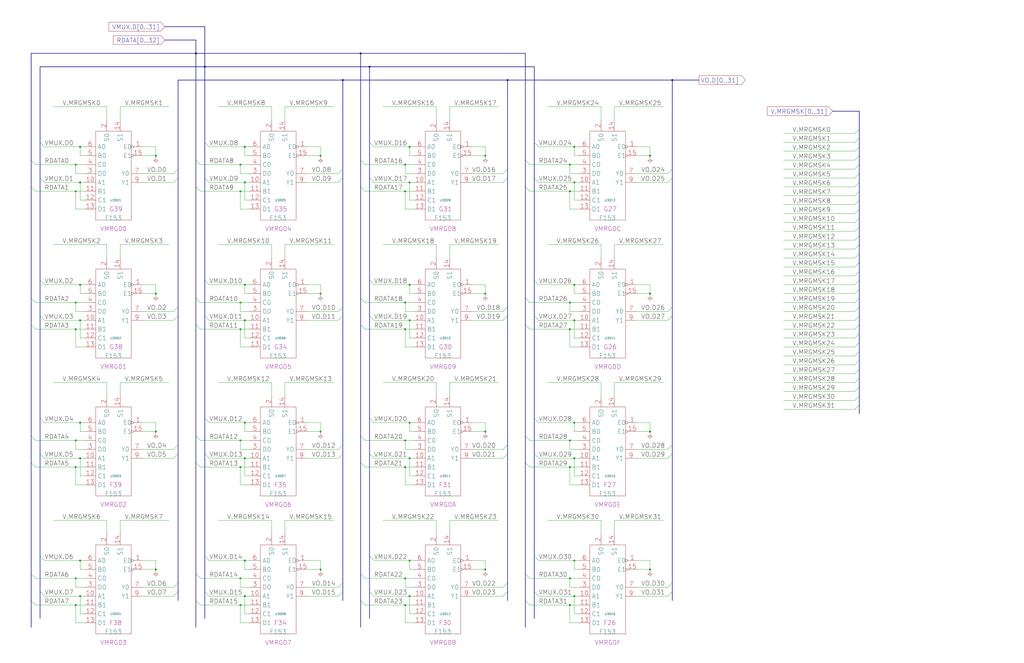
<source format=kicad_sch>
(kicad_sch (version 20250114) (generator "eeschema") (generator_version "9.0")
  (paper "User" 584.2 378.46)
  (title_block (title "MERGER / VALUE HALF MSB'S") (date "20-MAR-90") (rev "1.0") (comment 1 "FIU") (comment 2 "232-003065") (comment 3 "S400") (comment 4 "RELEASED"))
  (junction (at 45.72 261.62))
  (junction (at 276.86 325.12))
  (junction (at 43.18 109.22))
  (junction (at 233.68 320.04))
  (junction (at 45.72 241.3))
  (junction (at 45.72 340.36))
  (junction (at 325.12 172.72))
  (junction (at 370.84 167.64))
  (junction (at 88.9 246.38))
  (junction (at 45.72 104.14))
  (junction (at 43.18 330.2))
  (junction (at 231.14 172.72))
  (junction (at 139.7 182.88))
  (junction (at 137.16 172.72))
  (junction (at 182.88 88.9))
  (junction (at 325.12 345.44))
  (junction (at 137.16 109.22))
  (junction (at 325.12 187.96))
  (junction (at 139.7 320.04))
  (junction (at 233.68 241.3))
  (junction (at 139.7 162.56))
  (junction (at 370.84 325.12))
  (junction (at 231.14 266.7))
  (junction (at 327.66 104.14))
  (junction (at 231.14 109.22))
  (junction (at 45.72 182.88))
  (junction (at 210.82 38.1))
  (junction (at 139.7 241.3))
  (junction (at 231.14 251.46))
  (junction (at 233.68 104.14))
  (junction (at 327.66 261.62))
  (junction (at 289.56 45.72))
  (junction (at 231.14 330.2))
  (junction (at 45.72 320.04))
  (junction (at 88.9 88.9))
  (junction (at 43.18 172.72))
  (junction (at 116.84 38.1))
  (junction (at 139.7 261.62))
  (junction (at 88.9 167.64))
  (junction (at 325.12 266.7))
  (junction (at 325.12 93.98))
  (junction (at 45.72 162.56))
  (junction (at 182.88 167.64))
  (junction (at 182.88 325.12))
  (junction (at 43.18 187.96))
  (junction (at 231.14 187.96))
  (junction (at 137.16 266.7))
  (junction (at 233.68 162.56))
  (junction (at 205.74 30.48))
  (junction (at 327.66 340.36))
  (junction (at 43.18 266.7))
  (junction (at 45.72 83.82))
  (junction (at 195.58 45.72))
  (junction (at 327.66 182.88))
  (junction (at 327.66 83.82))
  (junction (at 137.16 187.96))
  (junction (at 276.86 246.38))
  (junction (at 327.66 241.3))
  (junction (at 111.76 30.48))
  (junction (at 182.88 246.38))
  (junction (at 137.16 93.98))
  (junction (at 383.54 45.72))
  (junction (at 139.7 340.36))
  (junction (at 325.12 330.2))
  (junction (at 137.16 330.2))
  (junction (at 43.18 251.46))
  (junction (at 327.66 320.04))
  (junction (at 276.86 167.64))
  (junction (at 370.84 246.38))
  (junction (at 43.18 93.98))
  (junction (at 231.14 345.44))
  (junction (at 370.84 88.9))
  (junction (at 231.14 93.98))
  (junction (at 43.18 345.44))
  (junction (at 325.12 109.22))
  (junction (at 139.7 104.14))
  (junction (at 233.68 261.62))
  (junction (at 327.66 162.56))
  (junction (at 325.12 251.46))
  (junction (at 233.68 182.88))
  (junction (at 233.68 340.36))
  (junction (at 88.9 325.12))
  (junction (at 137.16 345.44))
  (junction (at 137.16 251.46))
  (junction (at 276.86 88.9))
  (junction (at 139.7 83.82))
  (junction (at 233.68 83.82))
  (bus_entry (at 101.6 337.82) (size -2.54 2.54))
  (bus_entry (at 210.82 101.6) (size 2.54 2.54))
  (bus_entry (at 490.22 220.98) (size -2.54 2.54))
  (bus_entry (at 383.54 254) (size -2.54 2.54))
  (bus_entry (at 111.76 91.44) (size 2.54 2.54))
  (bus_entry (at 383.54 259.08) (size -2.54 2.54))
  (bus_entry (at 490.22 185.42) (size -2.54 2.54))
  (bus_entry (at 17.78 185.42) (size 2.54 2.54))
  (bus_entry (at 490.22 83.82) (size -2.54 2.54))
  (bus_entry (at 116.84 337.82) (size 2.54 2.54))
  (bus_entry (at 289.56 96.52) (size -2.54 2.54))
  (bus_entry (at 111.76 248.92) (size 2.54 2.54))
  (bus_entry (at 490.22 99.06) (size -2.54 2.54))
  (bus_entry (at 111.76 342.9) (size 2.54 2.54))
  (bus_entry (at 195.58 180.34) (size -2.54 2.54))
  (bus_entry (at 490.22 119.38) (size -2.54 2.54))
  (bus_entry (at 101.6 180.34) (size -2.54 2.54))
  (bus_entry (at 490.22 88.9) (size -2.54 2.54))
  (bus_entry (at 111.76 106.68) (size 2.54 2.54))
  (bus_entry (at 195.58 101.6) (size -2.54 2.54))
  (bus_entry (at 195.58 175.26) (size -2.54 2.54))
  (bus_entry (at 205.74 91.44) (size 2.54 2.54))
  (bus_entry (at 205.74 248.92) (size 2.54 2.54))
  (bus_entry (at 17.78 327.66) (size 2.54 2.54))
  (bus_entry (at 22.86 317.5) (size 2.54 2.54))
  (bus_entry (at 101.6 175.26) (size -2.54 2.54))
  (bus_entry (at 490.22 205.74) (size -2.54 2.54))
  (bus_entry (at 490.22 129.54) (size -2.54 2.54))
  (bus_entry (at 490.22 165.1) (size -2.54 2.54))
  (bus_entry (at 22.86 101.6) (size 2.54 2.54))
  (bus_entry (at 299.72 91.44) (size 2.54 2.54))
  (bus_entry (at 304.8 337.82) (size 2.54 2.54))
  (bus_entry (at 17.78 170.18) (size 2.54 2.54))
  (bus_entry (at 490.22 190.5) (size -2.54 2.54))
  (bus_entry (at 289.56 180.34) (size -2.54 2.54))
  (bus_entry (at 490.22 180.34) (size -2.54 2.54))
  (bus_entry (at 210.82 259.08) (size 2.54 2.54))
  (bus_entry (at 299.72 170.18) (size 2.54 2.54))
  (bus_entry (at 383.54 337.82) (size -2.54 2.54))
  (bus_entry (at 490.22 104.14) (size -2.54 2.54))
  (bus_entry (at 101.6 101.6) (size -2.54 2.54))
  (bus_entry (at 17.78 91.44) (size 2.54 2.54))
  (bus_entry (at 116.84 238.76) (size 2.54 2.54))
  (bus_entry (at 17.78 264.16) (size 2.54 2.54))
  (bus_entry (at 299.72 327.66) (size 2.54 2.54))
  (bus_entry (at 490.22 124.46) (size -2.54 2.54))
  (bus_entry (at 116.84 259.08) (size 2.54 2.54))
  (bus_entry (at 22.86 81.28) (size 2.54 2.54))
  (bus_entry (at 17.78 248.92) (size 2.54 2.54))
  (bus_entry (at 289.56 101.6) (size -2.54 2.54))
  (bus_entry (at 195.58 332.74) (size -2.54 2.54))
  (bus_entry (at 490.22 109.22) (size -2.54 2.54))
  (bus_entry (at 101.6 254) (size -2.54 2.54))
  (bus_entry (at 116.84 81.28) (size 2.54 2.54))
  (bus_entry (at 490.22 134.62) (size -2.54 2.54))
  (bus_entry (at 210.82 81.28) (size 2.54 2.54))
  (bus_entry (at 490.22 139.7) (size -2.54 2.54))
  (bus_entry (at 299.72 264.16) (size 2.54 2.54))
  (bus_entry (at 490.22 114.3) (size -2.54 2.54))
  (bus_entry (at 111.76 185.42) (size 2.54 2.54))
  (bus_entry (at 205.74 264.16) (size 2.54 2.54))
  (bus_entry (at 490.22 78.74) (size -2.54 2.54))
  (bus_entry (at 116.84 160.02) (size 2.54 2.54))
  (bus_entry (at 210.82 160.02) (size 2.54 2.54))
  (bus_entry (at 490.22 226.06) (size -2.54 2.54))
  (bus_entry (at 101.6 96.52) (size -2.54 2.54))
  (bus_entry (at 205.74 170.18) (size 2.54 2.54))
  (bus_entry (at 383.54 96.52) (size -2.54 2.54))
  (bus_entry (at 490.22 231.14) (size -2.54 2.54))
  (bus_entry (at 22.86 259.08) (size 2.54 2.54))
  (bus_entry (at 304.8 259.08) (size 2.54 2.54))
  (bus_entry (at 101.6 332.74) (size -2.54 2.54))
  (bus_entry (at 299.72 106.68) (size 2.54 2.54))
  (bus_entry (at 17.78 106.68) (size 2.54 2.54))
  (bus_entry (at 490.22 170.18) (size -2.54 2.54))
  (bus_entry (at 205.74 106.68) (size 2.54 2.54))
  (bus_entry (at 17.78 342.9) (size 2.54 2.54))
  (bus_entry (at 22.86 337.82) (size 2.54 2.54))
  (bus_entry (at 490.22 154.94) (size -2.54 2.54))
  (bus_entry (at 111.76 327.66) (size 2.54 2.54))
  (bus_entry (at 490.22 144.78) (size -2.54 2.54))
  (bus_entry (at 299.72 185.42) (size 2.54 2.54))
  (bus_entry (at 490.22 160.02) (size -2.54 2.54))
  (bus_entry (at 490.22 93.98) (size -2.54 2.54))
  (bus_entry (at 195.58 96.52) (size -2.54 2.54))
  (bus_entry (at 116.84 101.6) (size 2.54 2.54))
  (bus_entry (at 195.58 259.08) (size -2.54 2.54))
  (bus_entry (at 101.6 259.08) (size -2.54 2.54))
  (bus_entry (at 299.72 342.9) (size 2.54 2.54))
  (bus_entry (at 490.22 200.66) (size -2.54 2.54))
  (bus_entry (at 111.76 170.18) (size 2.54 2.54))
  (bus_entry (at 383.54 332.74) (size -2.54 2.54))
  (bus_entry (at 299.72 248.92) (size 2.54 2.54))
  (bus_entry (at 490.22 175.26) (size -2.54 2.54))
  (bus_entry (at 205.74 327.66) (size 2.54 2.54))
  (bus_entry (at 116.84 180.34) (size 2.54 2.54))
  (bus_entry (at 383.54 101.6) (size -2.54 2.54))
  (bus_entry (at 210.82 238.76) (size 2.54 2.54))
  (bus_entry (at 205.74 342.9) (size 2.54 2.54))
  (bus_entry (at 22.86 180.34) (size 2.54 2.54))
  (bus_entry (at 195.58 337.82) (size -2.54 2.54))
  (bus_entry (at 289.56 175.26) (size -2.54 2.54))
  (bus_entry (at 116.84 317.5) (size 2.54 2.54))
  (bus_entry (at 289.56 332.74) (size -2.54 2.54))
  (bus_entry (at 111.76 264.16) (size 2.54 2.54))
  (bus_entry (at 383.54 175.26) (size -2.54 2.54))
  (bus_entry (at 304.8 180.34) (size 2.54 2.54))
  (bus_entry (at 210.82 317.5) (size 2.54 2.54))
  (bus_entry (at 195.58 254) (size -2.54 2.54))
  (bus_entry (at 383.54 180.34) (size -2.54 2.54))
  (bus_entry (at 289.56 259.08) (size -2.54 2.54))
  (bus_entry (at 210.82 337.82) (size 2.54 2.54))
  (bus_entry (at 304.8 317.5) (size 2.54 2.54))
  (bus_entry (at 490.22 73.66) (size -2.54 2.54))
  (bus_entry (at 22.86 238.76) (size 2.54 2.54))
  (bus_entry (at 22.86 160.02) (size 2.54 2.54))
  (bus_entry (at 289.56 254) (size -2.54 2.54))
  (bus_entry (at 490.22 210.82) (size -2.54 2.54))
  (bus_entry (at 304.8 238.76) (size 2.54 2.54))
  (bus_entry (at 304.8 101.6) (size 2.54 2.54))
  (bus_entry (at 490.22 195.58) (size -2.54 2.54))
  (bus_entry (at 304.8 81.28) (size 2.54 2.54))
  (bus_entry (at 210.82 180.34) (size 2.54 2.54))
  (bus_entry (at 490.22 215.9) (size -2.54 2.54))
  (bus_entry (at 205.74 185.42) (size 2.54 2.54))
  (bus_entry (at 289.56 337.82) (size -2.54 2.54))
  (bus_entry (at 490.22 149.86) (size -2.54 2.54))
  (bus_entry (at 304.8 160.02) (size 2.54 2.54))
  (bus (pts (xy 490.22 170.18) (xy 490.22 175.26)))
  (bus (pts (xy 299.72 30.48) (xy 299.72 91.44)))
  (wire (pts (xy 447.04 198.12) (xy 487.68 198.12)))
  (bus (pts (xy 111.76 327.66) (xy 111.76 342.9)))
  (wire (pts (xy 342.9 304.8) (xy 342.9 297.18)))
  (wire (pts (xy 256.54 60.96) (xy 284.48 60.96)))
  (bus (pts (xy 289.56 180.34) (xy 289.56 254)))
  (wire (pts (xy 43.18 256.54) (xy 43.18 251.46)))
  (wire (pts (xy 60.96 304.8) (xy 60.96 297.18)))
  (wire (pts (xy 307.34 162.56) (xy 327.66 162.56)))
  (wire (pts (xy 142.24 198.12) (xy 137.16 198.12)))
  (bus (pts (xy 116.84 101.6) (xy 116.84 160.02)))
  (wire (pts (xy 447.04 218.44) (xy 487.68 218.44)))
  (wire (pts (xy 350.52 297.18) (xy 378.46 297.18)))
  (wire (pts (xy 307.34 104.14) (xy 327.66 104.14)))
  (wire (pts (xy 175.26 99.06) (xy 193.04 99.06)))
  (wire (pts (xy 45.72 104.14) (xy 48.26 104.14)))
  (wire (pts (xy 162.56 297.18) (xy 190.5 297.18)))
  (wire (pts (xy 142.24 99.06) (xy 137.16 99.06)))
  (bus (pts (xy 490.22 215.9) (xy 490.22 220.98)))
  (bus (pts (xy 490.22 195.58) (xy 490.22 200.66)))
  (wire (pts (xy 137.16 99.06) (xy 137.16 93.98)))
  (wire (pts (xy 447.04 208.28) (xy 487.68 208.28)))
  (wire (pts (xy 81.28 320.04) (xy 88.9 320.04)))
  (wire (pts (xy 330.2 193.04) (xy 327.66 193.04)))
  (bus (pts (xy 289.56 101.6) (xy 289.56 175.26)))
  (bus (pts (xy 490.22 185.42) (xy 490.22 190.5)))
  (wire (pts (xy 327.66 162.56) (xy 330.2 162.56)))
  (bus (pts (xy 93.98 15.24) (xy 116.84 15.24)))
  (wire (pts (xy 231.14 330.2) (xy 236.22 330.2)))
  (wire (pts (xy 447.04 106.68) (xy 487.68 106.68)))
  (bus (pts (xy 383.54 45.72) (xy 383.54 96.52)))
  (wire (pts (xy 447.04 127) (xy 487.68 127)))
  (bus (pts (xy 299.72 248.92) (xy 299.72 264.16)))
  (wire (pts (xy 233.68 271.78) (xy 233.68 261.62)))
  (wire (pts (xy 48.26 88.9) (xy 45.72 88.9)))
  (bus (pts (xy 304.8 259.08) (xy 304.8 317.5)))
  (wire (pts (xy 342.9 68.58) (xy 342.9 60.96)))
  (wire (pts (xy 447.04 76.2) (xy 487.68 76.2)))
  (wire (pts (xy 154.94 304.8) (xy 154.94 297.18)))
  (wire (pts (xy 20.32 251.46) (xy 43.18 251.46)))
  (wire (pts (xy 236.22 276.86) (xy 231.14 276.86)))
  (wire (pts (xy 81.28 241.3) (xy 88.9 241.3)))
  (wire (pts (xy 269.24 320.04) (xy 276.86 320.04)))
  (wire (pts (xy 350.52 304.8) (xy 350.52 297.18)))
  (wire (pts (xy 137.16 266.7) (xy 142.24 266.7)))
  (wire (pts (xy 162.56 218.44) (xy 190.5 218.44)))
  (wire (pts (xy 43.18 345.44) (xy 48.26 345.44)))
  (wire (pts (xy 175.26 256.54) (xy 193.04 256.54)))
  (wire (pts (xy 350.52 68.58) (xy 350.52 60.96)))
  (bus (pts (xy 490.22 210.82) (xy 490.22 215.9)))
  (bus (pts (xy 490.22 190.5) (xy 490.22 195.58)))
  (bus (pts (xy 101.6 45.72) (xy 101.6 96.52)))
  (bus (pts (xy 116.84 180.34) (xy 116.84 238.76)))
  (wire (pts (xy 447.04 193.04) (xy 487.68 193.04)))
  (bus (pts (xy 210.82 238.76) (xy 210.82 259.08)))
  (bus (pts (xy 205.74 342.9) (xy 205.74 358.14)))
  (bus (pts (xy 116.84 15.24) (xy 116.84 38.1)))
  (wire (pts (xy 45.72 114.3) (xy 45.72 104.14)))
  (wire (pts (xy 327.66 340.36) (xy 330.2 340.36)))
  (wire (pts (xy 43.18 330.2) (xy 48.26 330.2)))
  (bus (pts (xy 490.22 99.06) (xy 490.22 104.14)))
  (wire (pts (xy 233.68 246.38) (xy 233.68 241.3)))
  (wire (pts (xy 447.04 162.56) (xy 487.68 162.56)))
  (wire (pts (xy 231.14 93.98) (xy 236.22 93.98)))
  (wire (pts (xy 233.68 114.3) (xy 233.68 104.14)))
  (wire (pts (xy 25.4 182.88) (xy 45.72 182.88)))
  (bus (pts (xy 22.86 317.5) (xy 22.86 337.82)))
  (bus (pts (xy 289.56 45.72) (xy 383.54 45.72)))
  (bus (pts (xy 383.54 337.82) (xy 383.54 342.9)))
  (wire (pts (xy 330.2 114.3) (xy 327.66 114.3)))
  (wire (pts (xy 68.58 218.44) (xy 96.52 218.44)))
  (wire (pts (xy 276.86 83.82) (xy 276.86 88.9)))
  (wire (pts (xy 312.42 297.18) (xy 342.9 297.18)))
  (wire (pts (xy 327.66 83.82) (xy 330.2 83.82)))
  (wire (pts (xy 119.38 241.3) (xy 139.7 241.3)))
  (wire (pts (xy 137.16 345.44) (xy 142.24 345.44)))
  (wire (pts (xy 20.32 330.2) (xy 43.18 330.2)))
  (wire (pts (xy 88.9 162.56) (xy 88.9 167.64)))
  (bus (pts (xy 490.22 124.46) (xy 490.22 129.54)))
  (wire (pts (xy 43.18 355.6) (xy 43.18 345.44)))
  (bus (pts (xy 304.8 317.5) (xy 304.8 337.82)))
  (bus (pts (xy 383.54 254) (xy 383.54 259.08)))
  (wire (pts (xy 114.3 109.22) (xy 137.16 109.22)))
  (wire (pts (xy 139.7 271.78) (xy 139.7 261.62)))
  (wire (pts (xy 302.26 330.2) (xy 325.12 330.2)))
  (wire (pts (xy 330.2 271.78) (xy 327.66 271.78)))
  (bus (pts (xy 205.74 170.18) (xy 205.74 185.42)))
  (wire (pts (xy 447.04 182.88) (xy 487.68 182.88)))
  (bus (pts (xy 22.86 160.02) (xy 22.86 180.34)))
  (bus (pts (xy 299.72 264.16) (xy 299.72 327.66)))
  (bus (pts (xy 17.78 342.9) (xy 17.78 358.14)))
  (wire (pts (xy 48.26 177.8) (xy 43.18 177.8)))
  (wire (pts (xy 327.66 320.04) (xy 330.2 320.04)))
  (wire (pts (xy 68.58 139.7) (xy 96.52 139.7)))
  (wire (pts (xy 81.28 88.9) (xy 88.9 88.9)))
  (wire (pts (xy 48.26 119.38) (xy 43.18 119.38)))
  (bus (pts (xy 289.56 175.26) (xy 289.56 180.34)))
  (bus (pts (xy 101.6 337.82) (xy 101.6 342.9)))
  (wire (pts (xy 20.32 93.98) (xy 43.18 93.98)))
  (wire (pts (xy 307.34 182.88) (xy 327.66 182.88)))
  (bus (pts (xy 22.86 101.6) (xy 22.86 160.02)))
  (wire (pts (xy 137.16 172.72) (xy 142.24 172.72)))
  (wire (pts (xy 175.26 320.04) (xy 182.88 320.04)))
  (wire (pts (xy 363.22 256.54) (xy 381 256.54)))
  (wire (pts (xy 231.14 256.54) (xy 231.14 251.46)))
  (wire (pts (xy 20.32 109.22) (xy 43.18 109.22)))
  (wire (pts (xy 363.22 320.04) (xy 370.84 320.04)))
  (wire (pts (xy 213.36 162.56) (xy 233.68 162.56)))
  (wire (pts (xy 447.04 152.4) (xy 487.68 152.4)))
  (wire (pts (xy 81.28 182.88) (xy 99.06 182.88)))
  (wire (pts (xy 175.26 246.38) (xy 182.88 246.38)))
  (wire (pts (xy 248.92 226.06) (xy 248.92 218.44)))
  (wire (pts (xy 139.7 104.14) (xy 142.24 104.14)))
  (wire (pts (xy 231.14 187.96) (xy 236.22 187.96)))
  (bus (pts (xy 116.84 337.82) (xy 116.84 353.06)))
  (wire (pts (xy 325.12 93.98) (xy 330.2 93.98)))
  (wire (pts (xy 45.72 193.04) (xy 45.72 182.88)))
  (wire (pts (xy 447.04 111.76) (xy 487.68 111.76)))
  (wire (pts (xy 124.46 218.44) (xy 154.94 218.44)))
  (wire (pts (xy 248.92 304.8) (xy 248.92 297.18)))
  (wire (pts (xy 48.26 167.64) (xy 45.72 167.64)))
  (wire (pts (xy 327.66 167.64) (xy 327.66 162.56)))
  (wire (pts (xy 350.52 147.32) (xy 350.52 139.7)))
  (wire (pts (xy 276.86 320.04) (xy 276.86 325.12)))
  (wire (pts (xy 137.16 355.6) (xy 137.16 345.44)))
  (wire (pts (xy 137.16 335.28) (xy 137.16 330.2)))
  (wire (pts (xy 137.16 187.96) (xy 142.24 187.96)))
  (wire (pts (xy 363.22 246.38) (xy 370.84 246.38)))
  (wire (pts (xy 142.24 119.38) (xy 137.16 119.38)))
  (bus (pts (xy 490.22 205.74) (xy 490.22 210.82)))
  (wire (pts (xy 119.38 261.62) (xy 139.7 261.62)))
  (wire (pts (xy 119.38 162.56) (xy 139.7 162.56)))
  (wire (pts (xy 20.32 345.44) (xy 43.18 345.44)))
  (wire (pts (xy 233.68 193.04) (xy 233.68 182.88)))
  (bus (pts (xy 490.22 134.62) (xy 490.22 139.7)))
  (wire (pts (xy 139.7 320.04) (xy 142.24 320.04)))
  (bus (pts (xy 490.22 144.78) (xy 490.22 149.86)))
  (bus (pts (xy 210.82 317.5) (xy 210.82 337.82)))
  (wire (pts (xy 43.18 198.12) (xy 43.18 187.96)))
  (bus (pts (xy 490.22 231.14) (xy 490.22 236.22)))
  (wire (pts (xy 43.18 119.38) (xy 43.18 109.22)))
  (bus (pts (xy 210.82 337.82) (xy 210.82 353.06)))
  (wire (pts (xy 363.22 99.06) (xy 381 99.06)))
  (wire (pts (xy 45.72 261.62) (xy 48.26 261.62)))
  (bus (pts (xy 304.8 238.76) (xy 304.8 259.08)))
  (wire (pts (xy 330.2 198.12) (xy 325.12 198.12)))
  (wire (pts (xy 60.96 68.58) (xy 60.96 60.96)))
  (wire (pts (xy 137.16 93.98) (xy 142.24 93.98)))
  (bus (pts (xy 22.86 38.1) (xy 116.84 38.1)))
  (wire (pts (xy 327.66 182.88) (xy 330.2 182.88)))
  (wire (pts (xy 81.28 340.36) (xy 99.06 340.36)))
  (wire (pts (xy 256.54 218.44) (xy 284.48 218.44)))
  (wire (pts (xy 162.56 304.8) (xy 162.56 297.18)))
  (wire (pts (xy 48.26 355.6) (xy 43.18 355.6)))
  (wire (pts (xy 312.42 60.96) (xy 342.9 60.96)))
  (wire (pts (xy 447.04 157.48) (xy 487.68 157.48)))
  (bus (pts (xy 304.8 180.34) (xy 304.8 238.76)))
  (bus (pts (xy 490.22 165.1) (xy 490.22 170.18)))
  (wire (pts (xy 208.28 109.22) (xy 231.14 109.22)))
  (wire (pts (xy 233.68 182.88) (xy 236.22 182.88)))
  (wire (pts (xy 137.16 198.12) (xy 137.16 187.96)))
  (wire (pts (xy 124.46 297.18) (xy 154.94 297.18)))
  (wire (pts (xy 124.46 60.96) (xy 154.94 60.96)))
  (wire (pts (xy 447.04 213.36) (xy 487.68 213.36)))
  (wire (pts (xy 45.72 325.12) (xy 45.72 320.04)))
  (wire (pts (xy 137.16 330.2) (xy 142.24 330.2)))
  (bus (pts (xy 111.76 170.18) (xy 111.76 185.42)))
  (wire (pts (xy 327.66 193.04) (xy 327.66 182.88)))
  (wire (pts (xy 447.04 121.92) (xy 487.68 121.92)))
  (wire (pts (xy 48.26 350.52) (xy 45.72 350.52)))
  (wire (pts (xy 447.04 91.44) (xy 487.68 91.44)))
  (wire (pts (xy 208.28 172.72) (xy 231.14 172.72)))
  (bus (pts (xy 299.72 327.66) (xy 299.72 342.9)))
  (wire (pts (xy 81.28 256.54) (xy 99.06 256.54)))
  (wire (pts (xy 43.18 187.96) (xy 48.26 187.96)))
  (bus (pts (xy 289.56 254) (xy 289.56 259.08)))
  (bus (pts (xy 210.82 160.02) (xy 210.82 180.34)))
  (bus (pts (xy 116.84 238.76) (xy 116.84 259.08)))
  (wire (pts (xy 45.72 340.36) (xy 48.26 340.36)))
  (wire (pts (xy 68.58 147.32) (xy 68.58 139.7)))
  (wire (pts (xy 325.12 198.12) (xy 325.12 187.96)))
  (bus (pts (xy 111.76 30.48) (xy 205.74 30.48)))
  (wire (pts (xy 25.4 320.04) (xy 45.72 320.04)))
  (wire (pts (xy 325.12 345.44) (xy 330.2 345.44)))
  (wire (pts (xy 342.9 226.06) (xy 342.9 218.44)))
  (wire (pts (xy 175.26 340.36) (xy 193.04 340.36)))
  (wire (pts (xy 48.26 114.3) (xy 45.72 114.3)))
  (wire (pts (xy 325.12 335.28) (xy 325.12 330.2)))
  (wire (pts (xy 325.12 177.8) (xy 325.12 172.72)))
  (wire (pts (xy 208.28 345.44) (xy 231.14 345.44)))
  (wire (pts (xy 447.04 167.64) (xy 487.68 167.64)))
  (bus (pts (xy 490.22 83.82) (xy 490.22 88.9)))
  (wire (pts (xy 81.28 83.82) (xy 88.9 83.82)))
  (wire (pts (xy 236.22 256.54) (xy 231.14 256.54)))
  (bus (pts (xy 490.22 154.94) (xy 490.22 160.02)))
  (bus (pts (xy 490.22 93.98) (xy 490.22 99.06)))
  (wire (pts (xy 269.24 99.06) (xy 287.02 99.06)))
  (wire (pts (xy 43.18 99.06) (xy 43.18 93.98)))
  (wire (pts (xy 124.46 139.7) (xy 154.94 139.7)))
  (bus (pts (xy 116.84 317.5) (xy 116.84 337.82)))
  (bus (pts (xy 195.58 180.34) (xy 195.58 254)))
  (bus (pts (xy 22.86 259.08) (xy 22.86 317.5)))
  (wire (pts (xy 175.26 335.28) (xy 193.04 335.28)))
  (wire (pts (xy 45.72 271.78) (xy 45.72 261.62)))
  (wire (pts (xy 330.2 355.6) (xy 325.12 355.6)))
  (wire (pts (xy 231.14 177.8) (xy 231.14 172.72)))
  (wire (pts (xy 256.54 68.58) (xy 256.54 60.96)))
  (wire (pts (xy 139.7 83.82) (xy 142.24 83.82)))
  (wire (pts (xy 363.22 83.82) (xy 370.84 83.82)))
  (bus (pts (xy 22.86 38.1) (xy 22.86 81.28)))
  (bus (pts (xy 289.56 259.08) (xy 289.56 332.74)))
  (wire (pts (xy 208.28 330.2) (xy 231.14 330.2)))
  (bus (pts (xy 111.76 91.44) (xy 111.76 106.68)))
  (wire (pts (xy 81.28 246.38) (xy 88.9 246.38)))
  (wire (pts (xy 182.88 162.56) (xy 182.88 167.64)))
  (wire (pts (xy 307.34 261.62) (xy 327.66 261.62)))
  (wire (pts (xy 142.24 193.04) (xy 139.7 193.04)))
  (wire (pts (xy 231.14 276.86) (xy 231.14 266.7)))
  (wire (pts (xy 330.2 88.9) (xy 327.66 88.9)))
  (wire (pts (xy 269.24 167.64) (xy 276.86 167.64)))
  (wire (pts (xy 81.28 104.14) (xy 99.06 104.14)))
  (wire (pts (xy 370.84 83.82) (xy 370.84 88.9)))
  (bus (pts (xy 289.56 96.52) (xy 289.56 101.6)))
  (wire (pts (xy 213.36 104.14) (xy 233.68 104.14)))
  (wire (pts (xy 175.26 241.3) (xy 182.88 241.3)))
  (wire (pts (xy 68.58 68.58) (xy 68.58 60.96)))
  (bus (pts (xy 111.76 106.68) (xy 111.76 170.18)))
  (bus (pts (xy 299.72 106.68) (xy 299.72 170.18)))
  (wire (pts (xy 236.22 355.6) (xy 231.14 355.6)))
  (wire (pts (xy 142.24 276.86) (xy 137.16 276.86)))
  (wire (pts (xy 330.2 167.64) (xy 327.66 167.64)))
  (bus (pts (xy 299.72 91.44) (xy 299.72 106.68)))
  (wire (pts (xy 233.68 83.82) (xy 236.22 83.82)))
  (wire (pts (xy 236.22 325.12) (xy 233.68 325.12)))
  (wire (pts (xy 137.16 109.22) (xy 142.24 109.22)))
  (wire (pts (xy 233.68 167.64) (xy 233.68 162.56)))
  (bus (pts (xy 490.22 200.66) (xy 490.22 205.74)))
  (wire (pts (xy 330.2 256.54) (xy 325.12 256.54)))
  (wire (pts (xy 233.68 241.3) (xy 236.22 241.3)))
  (wire (pts (xy 114.3 345.44) (xy 137.16 345.44)))
  (bus (pts (xy 111.76 342.9) (xy 111.76 358.14)))
  (wire (pts (xy 325.12 256.54) (xy 325.12 251.46)))
  (bus (pts (xy 111.76 248.92) (xy 111.76 264.16)))
  (bus (pts (xy 205.74 30.48) (xy 299.72 30.48)))
  (wire (pts (xy 325.12 330.2) (xy 330.2 330.2)))
  (wire (pts (xy 327.66 261.62) (xy 330.2 261.62)))
  (wire (pts (xy 447.04 132.08) (xy 487.68 132.08)))
  (wire (pts (xy 269.24 104.14) (xy 287.02 104.14)))
  (wire (pts (xy 175.26 83.82) (xy 182.88 83.82)))
  (wire (pts (xy 68.58 304.8) (xy 68.58 297.18)))
  (wire (pts (xy 231.14 172.72) (xy 236.22 172.72)))
  (wire (pts (xy 81.28 162.56) (xy 88.9 162.56)))
  (bus (pts (xy 195.58 96.52) (xy 195.58 101.6)))
  (wire (pts (xy 142.24 350.52) (xy 139.7 350.52)))
  (wire (pts (xy 269.24 340.36) (xy 287.02 340.36)))
  (bus (pts (xy 111.76 22.86) (xy 111.76 30.48)))
  (wire (pts (xy 139.7 350.52) (xy 139.7 340.36)))
  (wire (pts (xy 208.28 187.96) (xy 231.14 187.96)))
  (wire (pts (xy 447.04 177.8) (xy 487.68 177.8)))
  (bus (pts (xy 22.86 238.76) (xy 22.86 259.08)))
  (wire (pts (xy 142.24 246.38) (xy 139.7 246.38)))
  (bus (pts (xy 101.6 45.72) (xy 195.58 45.72)))
  (wire (pts (xy 213.36 83.82) (xy 233.68 83.82)))
  (wire (pts (xy 325.12 99.06) (xy 325.12 93.98)))
  (bus (pts (xy 490.22 160.02) (xy 490.22 165.1)))
  (wire (pts (xy 327.66 241.3) (xy 330.2 241.3)))
  (wire (pts (xy 142.24 177.8) (xy 137.16 177.8)))
  (bus (pts (xy 210.82 180.34) (xy 210.82 238.76)))
  (wire (pts (xy 370.84 241.3) (xy 370.84 246.38)))
  (wire (pts (xy 68.58 226.06) (xy 68.58 218.44)))
  (wire (pts (xy 139.7 340.36) (xy 142.24 340.36)))
  (bus (pts (xy 490.22 119.38) (xy 490.22 124.46)))
  (bus (pts (xy 205.74 106.68) (xy 205.74 170.18)))
  (wire (pts (xy 43.18 93.98) (xy 48.26 93.98)))
  (wire (pts (xy 256.54 147.32) (xy 256.54 139.7)))
  (wire (pts (xy 312.42 218.44) (xy 342.9 218.44)))
  (wire (pts (xy 447.04 96.52) (xy 487.68 96.52)))
  (wire (pts (xy 45.72 162.56) (xy 48.26 162.56)))
  (wire (pts (xy 175.26 261.62) (xy 193.04 261.62)))
  (bus (pts (xy 490.22 104.14) (xy 490.22 109.22)))
  (bus (pts (xy 304.8 101.6) (xy 304.8 160.02)))
  (wire (pts (xy 48.26 99.06) (xy 43.18 99.06)))
  (bus (pts (xy 299.72 170.18) (xy 299.72 185.42)))
  (wire (pts (xy 43.18 335.28) (xy 43.18 330.2)))
  (wire (pts (xy 43.18 172.72) (xy 48.26 172.72)))
  (wire (pts (xy 236.22 114.3) (xy 233.68 114.3)))
  (wire (pts (xy 142.24 271.78) (xy 139.7 271.78)))
  (bus (pts (xy 289.56 45.72) (xy 289.56 96.52)))
  (wire (pts (xy 30.48 139.7) (xy 60.96 139.7)))
  (wire (pts (xy 114.3 93.98) (xy 137.16 93.98)))
  (wire (pts (xy 88.9 241.3) (xy 88.9 246.38)))
  (wire (pts (xy 162.56 60.96) (xy 190.5 60.96)))
  (bus (pts (xy 17.78 248.92) (xy 17.78 264.16)))
  (wire (pts (xy 325.12 172.72) (xy 330.2 172.72)))
  (wire (pts (xy 175.26 182.88) (xy 193.04 182.88)))
  (wire (pts (xy 269.24 246.38) (xy 276.86 246.38)))
  (bus (pts (xy 116.84 259.08) (xy 116.84 317.5)))
  (wire (pts (xy 302.26 251.46) (xy 325.12 251.46)))
  (bus (pts (xy 101.6 332.74) (xy 101.6 337.82)))
  (wire (pts (xy 48.26 271.78) (xy 45.72 271.78)))
  (wire (pts (xy 307.34 320.04) (xy 327.66 320.04)))
  (bus (pts (xy 490.22 78.74) (xy 490.22 83.82)))
  (wire (pts (xy 81.28 99.06) (xy 99.06 99.06)))
  (bus (pts (xy 383.54 259.08) (xy 383.54 332.74)))
  (wire (pts (xy 325.12 251.46) (xy 330.2 251.46)))
  (bus (pts (xy 304.8 81.28) (xy 304.8 101.6)))
  (wire (pts (xy 231.14 355.6) (xy 231.14 345.44)))
  (wire (pts (xy 231.14 251.46) (xy 236.22 251.46)))
  (wire (pts (xy 142.24 335.28) (xy 137.16 335.28)))
  (bus (pts (xy 490.22 180.34) (xy 490.22 185.42)))
  (bus (pts (xy 17.78 30.48) (xy 111.76 30.48)))
  (wire (pts (xy 269.24 83.82) (xy 276.86 83.82)))
  (bus (pts (xy 93.98 22.86) (xy 111.76 22.86)))
  (wire (pts (xy 447.04 86.36) (xy 487.68 86.36)))
  (wire (pts (xy 302.26 172.72) (xy 325.12 172.72)))
  (wire (pts (xy 233.68 350.52) (xy 233.68 340.36)))
  (wire (pts (xy 233.68 88.9) (xy 233.68 83.82)))
  (wire (pts (xy 175.26 162.56) (xy 182.88 162.56)))
  (wire (pts (xy 218.44 218.44) (xy 248.92 218.44)))
  (wire (pts (xy 233.68 325.12) (xy 233.68 320.04)))
  (bus (pts (xy 101.6 254) (xy 101.6 259.08)))
  (bus (pts (xy 383.54 175.26) (xy 383.54 180.34)))
  (wire (pts (xy 330.2 177.8) (xy 325.12 177.8)))
  (wire (pts (xy 269.24 162.56) (xy 276.86 162.56)))
  (wire (pts (xy 25.4 162.56) (xy 45.72 162.56)))
  (wire (pts (xy 236.22 167.64) (xy 233.68 167.64)))
  (wire (pts (xy 233.68 162.56) (xy 236.22 162.56)))
  (wire (pts (xy 154.94 68.58) (xy 154.94 60.96)))
  (bus (pts (xy 17.78 170.18) (xy 17.78 185.42)))
  (bus (pts (xy 111.76 185.42) (xy 111.76 248.92)))
  (wire (pts (xy 43.18 251.46) (xy 48.26 251.46)))
  (wire (pts (xy 25.4 261.62) (xy 45.72 261.62)))
  (wire (pts (xy 213.36 182.88) (xy 233.68 182.88)))
  (wire (pts (xy 208.28 251.46) (xy 231.14 251.46)))
  (bus (pts (xy 101.6 101.6) (xy 101.6 175.26)))
  (bus (pts (xy 210.82 101.6) (xy 210.82 160.02)))
  (wire (pts (xy 218.44 297.18) (xy 248.92 297.18)))
  (wire (pts (xy 88.9 83.82) (xy 88.9 88.9)))
  (wire (pts (xy 363.22 104.14) (xy 381 104.14)))
  (bus (pts (xy 116.84 38.1) (xy 116.84 81.28)))
  (wire (pts (xy 45.72 246.38) (xy 45.72 241.3)))
  (wire (pts (xy 48.26 335.28) (xy 43.18 335.28)))
  (wire (pts (xy 231.14 198.12) (xy 231.14 187.96)))
  (bus (pts (xy 195.58 45.72) (xy 195.58 96.52)))
  (wire (pts (xy 48.26 246.38) (xy 45.72 246.38)))
  (wire (pts (xy 447.04 81.28) (xy 487.68 81.28)))
  (wire (pts (xy 175.26 177.8) (xy 193.04 177.8)))
  (wire (pts (xy 43.18 276.86) (xy 43.18 266.7)))
  (wire (pts (xy 447.04 203.2) (xy 487.68 203.2)))
  (wire (pts (xy 218.44 139.7) (xy 248.92 139.7)))
  (wire (pts (xy 81.28 167.64) (xy 88.9 167.64)))
  (wire (pts (xy 233.68 320.04) (xy 236.22 320.04)))
  (wire (pts (xy 342.9 147.32) (xy 342.9 139.7)))
  (bus (pts (xy 383.54 96.52) (xy 383.54 101.6)))
  (wire (pts (xy 233.68 340.36) (xy 236.22 340.36)))
  (wire (pts (xy 154.94 226.06) (xy 154.94 218.44)))
  (wire (pts (xy 330.2 119.38) (xy 325.12 119.38)))
  (wire (pts (xy 60.96 147.32) (xy 60.96 139.7)))
  (bus (pts (xy 490.22 114.3) (xy 490.22 119.38)))
  (wire (pts (xy 447.04 228.6) (xy 487.68 228.6)))
  (wire (pts (xy 25.4 340.36) (xy 45.72 340.36)))
  (wire (pts (xy 302.26 187.96) (xy 325.12 187.96)))
  (wire (pts (xy 276.86 241.3) (xy 276.86 246.38)))
  (wire (pts (xy 175.26 88.9) (xy 182.88 88.9)))
  (wire (pts (xy 45.72 167.64) (xy 45.72 162.56)))
  (bus (pts (xy 205.74 185.42) (xy 205.74 248.92)))
  (bus (pts (xy 383.54 45.72) (xy 398.78 45.72)))
  (bus (pts (xy 490.22 88.9) (xy 490.22 93.98)))
  (wire (pts (xy 30.48 218.44) (xy 60.96 218.44)))
  (wire (pts (xy 363.22 241.3) (xy 370.84 241.3)))
  (wire (pts (xy 45.72 320.04) (xy 48.26 320.04)))
  (wire (pts (xy 175.26 167.64) (xy 182.88 167.64)))
  (wire (pts (xy 236.22 193.04) (xy 233.68 193.04)))
  (wire (pts (xy 363.22 335.28) (xy 381 335.28)))
  (wire (pts (xy 330.2 246.38) (xy 327.66 246.38)))
  (bus (pts (xy 383.54 332.74) (xy 383.54 337.82)))
  (wire (pts (xy 81.28 335.28) (xy 99.06 335.28)))
  (wire (pts (xy 269.24 88.9) (xy 276.86 88.9)))
  (wire (pts (xy 25.4 104.14) (xy 45.72 104.14)))
  (wire (pts (xy 142.24 114.3) (xy 139.7 114.3)))
  (bus (pts (xy 195.58 337.82) (xy 195.58 342.9)))
  (wire (pts (xy 256.54 226.06) (xy 256.54 218.44)))
  (wire (pts (xy 236.22 271.78) (xy 233.68 271.78)))
  (bus (pts (xy 195.58 332.74) (xy 195.58 337.82)))
  (wire (pts (xy 330.2 350.52) (xy 327.66 350.52)))
  (wire (pts (xy 119.38 83.82) (xy 139.7 83.82)))
  (wire (pts (xy 307.34 83.82) (xy 327.66 83.82)))
  (wire (pts (xy 119.38 340.36) (xy 139.7 340.36)))
  (wire (pts (xy 162.56 226.06) (xy 162.56 218.44)))
  (wire (pts (xy 231.14 345.44) (xy 236.22 345.44)))
  (bus (pts (xy 101.6 96.52) (xy 101.6 101.6)))
  (bus (pts (xy 490.22 220.98) (xy 490.22 226.06)))
  (wire (pts (xy 119.38 182.88) (xy 139.7 182.88)))
  (wire (pts (xy 269.24 241.3) (xy 276.86 241.3)))
  (bus (pts (xy 116.84 81.28) (xy 116.84 101.6)))
  (bus (pts (xy 205.74 248.92) (xy 205.74 264.16)))
  (wire (pts (xy 213.36 241.3) (xy 233.68 241.3)))
  (wire (pts (xy 236.22 198.12) (xy 231.14 198.12)))
  (wire (pts (xy 236.22 350.52) (xy 233.68 350.52)))
  (wire (pts (xy 45.72 182.88) (xy 48.26 182.88)))
  (wire (pts (xy 137.16 177.8) (xy 137.16 172.72)))
  (wire (pts (xy 20.32 187.96) (xy 43.18 187.96)))
  (wire (pts (xy 48.26 198.12) (xy 43.18 198.12)))
  (bus (pts (xy 205.74 30.48) (xy 205.74 91.44)))
  (wire (pts (xy 114.3 330.2) (xy 137.16 330.2)))
  (bus (pts (xy 490.22 226.06) (xy 490.22 231.14)))
  (wire (pts (xy 327.66 350.52) (xy 327.66 340.36)))
  (wire (pts (xy 208.28 266.7) (xy 231.14 266.7)))
  (bus (pts (xy 195.58 175.26) (xy 195.58 180.34)))
  (wire (pts (xy 142.24 88.9) (xy 139.7 88.9)))
  (wire (pts (xy 325.12 355.6) (xy 325.12 345.44)))
  (wire (pts (xy 48.26 325.12) (xy 45.72 325.12)))
  (wire (pts (xy 139.7 88.9) (xy 139.7 83.82)))
  (wire (pts (xy 236.22 88.9) (xy 233.68 88.9)))
  (wire (pts (xy 30.48 60.96) (xy 60.96 60.96)))
  (wire (pts (xy 269.24 335.28) (xy 287.02 335.28)))
  (bus (pts (xy 195.58 101.6) (xy 195.58 175.26)))
  (wire (pts (xy 236.22 246.38) (xy 233.68 246.38)))
  (bus (pts (xy 299.72 185.42) (xy 299.72 248.92)))
  (wire (pts (xy 182.88 241.3) (xy 182.88 246.38)))
  (wire (pts (xy 81.28 325.12) (xy 88.9 325.12)))
  (wire (pts (xy 30.48 297.18) (xy 60.96 297.18)))
  (bus (pts (xy 116.84 38.1) (xy 210.82 38.1)))
  (wire (pts (xy 45.72 350.52) (xy 45.72 340.36)))
  (wire (pts (xy 350.52 139.7) (xy 378.46 139.7)))
  (wire (pts (xy 213.36 340.36) (xy 233.68 340.36)))
  (bus (pts (xy 17.78 185.42) (xy 17.78 248.92)))
  (bus (pts (xy 22.86 81.28) (xy 22.86 101.6)))
  (bus (pts (xy 490.22 139.7) (xy 490.22 144.78)))
  (wire (pts (xy 370.84 320.04) (xy 370.84 325.12)))
  (wire (pts (xy 363.22 261.62) (xy 381 261.62)))
  (wire (pts (xy 363.22 177.8) (xy 381 177.8)))
  (wire (pts (xy 48.26 276.86) (xy 43.18 276.86)))
  (wire (pts (xy 269.24 182.88) (xy 287.02 182.88)))
  (wire (pts (xy 137.16 256.54) (xy 137.16 251.46)))
  (wire (pts (xy 139.7 325.12) (xy 139.7 320.04)))
  (wire (pts (xy 302.26 93.98) (xy 325.12 93.98)))
  (wire (pts (xy 447.04 223.52) (xy 487.68 223.52)))
  (wire (pts (xy 154.94 147.32) (xy 154.94 139.7)))
  (wire (pts (xy 236.22 99.06) (xy 231.14 99.06)))
  (wire (pts (xy 327.66 104.14) (xy 330.2 104.14)))
  (bus (pts (xy 205.74 91.44) (xy 205.74 106.68)))
  (bus (pts (xy 17.78 106.68) (xy 17.78 170.18)))
  (wire (pts (xy 208.28 93.98) (xy 231.14 93.98)))
  (bus (pts (xy 17.78 91.44) (xy 17.78 106.68)))
  (wire (pts (xy 233.68 261.62) (xy 236.22 261.62)))
  (wire (pts (xy 307.34 340.36) (xy 327.66 340.36)))
  (wire (pts (xy 233.68 104.14) (xy 236.22 104.14)))
  (bus (pts (xy 490.22 149.86) (xy 490.22 154.94)))
  (wire (pts (xy 325.12 187.96) (xy 330.2 187.96)))
  (wire (pts (xy 213.36 320.04) (xy 233.68 320.04)))
  (wire (pts (xy 43.18 177.8) (xy 43.18 172.72)))
  (wire (pts (xy 269.24 177.8) (xy 287.02 177.8)))
  (bus (pts (xy 490.22 129.54) (xy 490.22 134.62)))
  (wire (pts (xy 139.7 246.38) (xy 139.7 241.3)))
  (wire (pts (xy 325.12 119.38) (xy 325.12 109.22)))
  (wire (pts (xy 60.96 226.06) (xy 60.96 218.44)))
  (wire (pts (xy 307.34 241.3) (xy 327.66 241.3)))
  (wire (pts (xy 330.2 276.86) (xy 325.12 276.86)))
  (wire (pts (xy 350.52 60.96) (xy 378.46 60.96)))
  (wire (pts (xy 45.72 83.82) (xy 48.26 83.82)))
  (bus (pts (xy 17.78 327.66) (xy 17.78 342.9)))
  (wire (pts (xy 48.26 193.04) (xy 45.72 193.04)))
  (bus (pts (xy 111.76 30.48) (xy 111.76 91.44)))
  (wire (pts (xy 447.04 187.96) (xy 487.68 187.96)))
  (bus (pts (xy 289.56 332.74) (xy 289.56 337.82)))
  (bus (pts (xy 383.54 101.6) (xy 383.54 175.26)))
  (wire (pts (xy 231.14 266.7) (xy 236.22 266.7)))
  (wire (pts (xy 137.16 251.46) (xy 142.24 251.46)))
  (bus (pts (xy 111.76 264.16) (xy 111.76 327.66)))
  (wire (pts (xy 350.52 218.44) (xy 378.46 218.44)))
  (wire (pts (xy 218.44 60.96) (xy 248.92 60.96)))
  (wire (pts (xy 327.66 271.78) (xy 327.66 261.62)))
  (wire (pts (xy 43.18 266.7) (xy 48.26 266.7)))
  (wire (pts (xy 162.56 147.32) (xy 162.56 139.7)))
  (wire (pts (xy 25.4 241.3) (xy 45.72 241.3)))
  (wire (pts (xy 236.22 119.38) (xy 231.14 119.38)))
  (bus (pts (xy 304.8 38.1) (xy 304.8 81.28)))
  (wire (pts (xy 45.72 88.9) (xy 45.72 83.82)))
  (bus (pts (xy 101.6 259.08) (xy 101.6 332.74)))
  (wire (pts (xy 182.88 83.82) (xy 182.88 88.9)))
  (bus (pts (xy 195.58 259.08) (xy 195.58 332.74)))
  (bus (pts (xy 101.6 180.34) (xy 101.6 254)))
  (wire (pts (xy 139.7 193.04) (xy 139.7 182.88)))
  (wire (pts (xy 256.54 297.18) (xy 284.48 297.18)))
  (wire (pts (xy 363.22 162.56) (xy 370.84 162.56)))
  (wire (pts (xy 139.7 167.64) (xy 139.7 162.56)))
  (bus (pts (xy 195.58 254) (xy 195.58 259.08)))
  (wire (pts (xy 139.7 261.62) (xy 142.24 261.62)))
  (wire (pts (xy 447.04 116.84) (xy 487.68 116.84)))
  (wire (pts (xy 236.22 335.28) (xy 231.14 335.28)))
  (wire (pts (xy 88.9 320.04) (xy 88.9 325.12)))
  (wire (pts (xy 175.26 104.14) (xy 193.04 104.14)))
  (wire (pts (xy 330.2 99.06) (xy 325.12 99.06)))
  (wire (pts (xy 182.88 320.04) (xy 182.88 325.12)))
  (bus (pts (xy 210.82 81.28) (xy 210.82 101.6)))
  (wire (pts (xy 447.04 172.72) (xy 487.68 172.72)))
  (wire (pts (xy 248.92 147.32) (xy 248.92 139.7)))
  (wire (pts (xy 330.2 335.28) (xy 325.12 335.28)))
  (wire (pts (xy 142.24 167.64) (xy 139.7 167.64)))
  (wire (pts (xy 256.54 304.8) (xy 256.54 297.18)))
  (bus (pts (xy 299.72 342.9) (xy 299.72 358.14)))
  (wire (pts (xy 302.26 266.7) (xy 325.12 266.7)))
  (wire (pts (xy 142.24 256.54) (xy 137.16 256.54)))
  (bus (pts (xy 490.22 63.5) (xy 490.22 73.66)))
  (wire (pts (xy 139.7 114.3) (xy 139.7 104.14)))
  (wire (pts (xy 142.24 355.6) (xy 137.16 355.6)))
  (wire (pts (xy 269.24 325.12) (xy 276.86 325.12)))
  (wire (pts (xy 325.12 276.86) (xy 325.12 266.7)))
  (bus (pts (xy 210.82 38.1) (xy 304.8 38.1)))
  (bus (pts (xy 289.56 337.82) (xy 289.56 342.9)))
  (wire (pts (xy 137.16 276.86) (xy 137.16 266.7)))
  (bus (pts (xy 383.54 180.34) (xy 383.54 254)))
  (wire (pts (xy 20.32 172.72) (xy 43.18 172.72)))
  (bus (pts (xy 22.86 180.34) (xy 22.86 238.76)))
  (wire (pts (xy 327.66 325.12) (xy 327.66 320.04)))
  (wire (pts (xy 447.04 137.16) (xy 487.68 137.16)))
  (wire (pts (xy 363.22 182.88) (xy 381 182.88)))
  (wire (pts (xy 312.42 139.7) (xy 342.9 139.7)))
  (bus (pts (xy 304.8 160.02) (xy 304.8 180.34)))
  (wire (pts (xy 114.3 187.96) (xy 137.16 187.96)))
  (wire (pts (xy 162.56 68.58) (xy 162.56 60.96)))
  (wire (pts (xy 447.04 233.68) (xy 487.68 233.68)))
  (wire (pts (xy 175.26 325.12) (xy 182.88 325.12)))
  (bus (pts (xy 205.74 327.66) (xy 205.74 342.9)))
  (wire (pts (xy 68.58 60.96) (xy 96.52 60.96)))
  (wire (pts (xy 81.28 177.8) (xy 99.06 177.8)))
  (wire (pts (xy 231.14 109.22) (xy 236.22 109.22)))
  (wire (pts (xy 139.7 182.88) (xy 142.24 182.88)))
  (wire (pts (xy 114.3 251.46) (xy 137.16 251.46)))
  (wire (pts (xy 248.92 68.58) (xy 248.92 60.96)))
  (wire (pts (xy 325.12 266.7) (xy 330.2 266.7)))
  (wire (pts (xy 81.28 261.62) (xy 99.06 261.62)))
  (bus (pts (xy 17.78 30.48) (xy 17.78 91.44)))
  (wire (pts (xy 276.86 162.56) (xy 276.86 167.64)))
  (wire (pts (xy 213.36 261.62) (xy 233.68 261.62)))
  (bus (pts (xy 210.82 259.08) (xy 210.82 317.5)))
  (wire (pts (xy 363.22 325.12) (xy 370.84 325.12)))
  (wire (pts (xy 370.84 162.56) (xy 370.84 167.64)))
  (wire (pts (xy 236.22 177.8) (xy 231.14 177.8)))
  (wire (pts (xy 363.22 340.36) (xy 381 340.36)))
  (wire (pts (xy 363.22 167.64) (xy 370.84 167.64)))
  (wire (pts (xy 269.24 256.54) (xy 287.02 256.54)))
  (wire (pts (xy 269.24 261.62) (xy 287.02 261.62)))
  (wire (pts (xy 162.56 139.7) (xy 190.5 139.7)))
  (wire (pts (xy 325.12 109.22) (xy 330.2 109.22)))
  (bus (pts (xy 210.82 38.1) (xy 210.82 81.28)))
  (wire (pts (xy 20.32 266.7) (xy 43.18 266.7)))
  (wire (pts (xy 137.16 119.38) (xy 137.16 109.22)))
  (wire (pts (xy 114.3 266.7) (xy 137.16 266.7)))
  (wire (pts (xy 119.38 320.04) (xy 139.7 320.04)))
  (wire (pts (xy 48.26 256.54) (xy 43.18 256.54)))
  (wire (pts (xy 139.7 162.56) (xy 142.24 162.56)))
  (wire (pts (xy 330.2 325.12) (xy 327.66 325.12)))
  (bus (pts (xy 304.8 337.82) (xy 304.8 353.06)))
  (bus (pts (xy 101.6 175.26) (xy 101.6 180.34)))
  (wire (pts (xy 68.58 297.18) (xy 96.52 297.18)))
  (wire (pts (xy 327.66 88.9) (xy 327.66 83.82)))
  (wire (pts (xy 231.14 335.28) (xy 231.14 330.2)))
  (bus (pts (xy 474.98 63.5) (xy 490.22 63.5)))
  (wire (pts (xy 256.54 139.7) (xy 284.48 139.7)))
  (wire (pts (xy 119.38 104.14) (xy 139.7 104.14)))
  (wire (pts (xy 231.14 119.38) (xy 231.14 109.22)))
  (bus (pts (xy 17.78 264.16) (xy 17.78 327.66)))
  (wire (pts (xy 447.04 101.6) (xy 487.68 101.6)))
  (bus (pts (xy 116.84 160.02) (xy 116.84 180.34)))
  (wire (pts (xy 142.24 325.12) (xy 139.7 325.12)))
  (bus (pts (xy 22.86 337.82) (xy 22.86 353.06)))
  (wire (pts (xy 302.26 109.22) (xy 325.12 109.22)))
  (wire (pts (xy 327.66 114.3) (xy 327.66 104.14)))
  (wire (pts (xy 447.04 147.32) (xy 487.68 147.32)))
  (bus (pts (xy 490.22 175.26) (xy 490.22 180.34)))
  (wire (pts (xy 302.26 345.44) (xy 325.12 345.44)))
  (wire (pts (xy 45.72 241.3) (xy 48.26 241.3)))
  (wire (pts (xy 114.3 172.72) (xy 137.16 172.72)))
  (bus (pts (xy 205.74 264.16) (xy 205.74 327.66)))
  (wire (pts (xy 43.18 109.22) (xy 48.26 109.22)))
  (bus (pts (xy 490.22 109.22) (xy 490.22 114.3)))
  (bus (pts (xy 490.22 73.66) (xy 490.22 78.74)))
  (wire (pts (xy 25.4 83.82) (xy 45.72 83.82)))
  (wire (pts (xy 327.66 246.38) (xy 327.66 241.3)))
  (wire (pts (xy 350.52 226.06) (xy 350.52 218.44)))
  (wire (pts (xy 363.22 88.9) (xy 370.84 88.9)))
  (wire (pts (xy 139.7 241.3) (xy 142.24 241.3)))
  (wire (pts (xy 447.04 142.24) (xy 487.68 142.24)))
  (bus (pts (xy 195.58 45.72) (xy 289.56 45.72)))
  (wire (pts (xy 231.14 99.06) (xy 231.14 93.98)))
  (label "V.MRGMSK22" (at 223.52 297.18 0) (effects (font (size 2.54 2.54))))
  (label "RDATA13" (at 119.38 266.7 0) (effects (font (size 2.54 2.54))))
  (label "V.MRGMSK9" (at 165.1 60.96 0) (effects (font (size 2.54 2.54))))
  (label "VMUX.D6" (at 25.4 320.04 0) (effects (font (size 2.54 2.54))))
  (label "VMUX.D17" (at 213.36 104.14 0) (effects (font (size 2.54 2.54))))
  (label "VMUX.D19" (at 213.36 182.88 0) (effects (font (size 2.54 2.54))))
  (label "V.MRGMSK14" (at 129.54 297.18 0) (effects (font (size 2.54 2.54))))
  (label "VMUX.D5" (at 25.4 261.62 0) (effects (font (size 2.54 2.54))))
  (label "RDATA0" (at 25.4 93.98 0) (effects (font (size 2.54 2.54))))
  (label "VMUX.D12" (at 119.38 241.3 0) (effects (font (size 2.54 2.54))))
  (label "RDATA9" (at 119.38 109.22 0) (effects (font (size 2.54 2.54))))
  (label "VO.D4" (at 83.82 256.54 0) (effects (font (size 2.54 2.54))))
  (label "V.MRGMSK8" (at 129.54 60.96 0) (effects (font (size 2.54 2.54))))
  (label "V.MRGMSK3" (at 71.12 139.7 0) (effects (font (size 2.54 2.54))))
  (label "RDATA5" (at 25.4 266.7 0) (effects (font (size 2.54 2.54))))
  (label "RDATA2" (at 25.4 172.72 0) (effects (font (size 2.54 2.54))))
  (label "RDATA31" (at 307.34 345.44 0) (effects (font (size 2.54 2.54))))
  (label "V.MRGMSK12" (at 452.12 137.16 0) (effects (font (size 2.54 2.54))))
  (label "VMUX.D2" (at 25.4 162.56 0) (effects (font (size 2.54 2.54))))
  (label "V.MRGMSK8" (at 452.12 116.84 0) (effects (font (size 2.54 2.54))))
  (label "RDATA21" (at 213.36 266.7 0) (effects (font (size 2.54 2.54))))
  (label "V.MRGMSK18" (at 223.52 139.7 0) (effects (font (size 2.54 2.54))))
  (label "RDATA19" (at 213.36 187.96 0) (effects (font (size 2.54 2.54))))
  (label "VMUX.D29" (at 307.34 261.62 0) (effects (font (size 2.54 2.54))))
  (label "VO.D31" (at 365.76 340.36 0) (effects (font (size 2.54 2.54))))
  (label "V.MRGMSK13" (at 452.12 142.24 0) (effects (font (size 2.54 2.54))))
  (label "V.MRGMSK19" (at 259.08 139.7 0) (effects (font (size 2.54 2.54))))
  (label "V.MRGMSK6" (at 35.56 297.18 0) (effects (font (size 2.54 2.54))))
  (label "VO.D17" (at 269.24 104.14 0) (effects (font (size 2.54 2.54))))
  (label "VO.D6" (at 83.82 335.28 0) (effects (font (size 2.54 2.54))))
  (label "RDATA29" (at 307.34 266.7 0) (effects (font (size 2.54 2.54))))
  (label "RDATA18" (at 213.36 172.72 0) (effects (font (size 2.54 2.54))))
  (label "V.MRGMSK4" (at 35.56 218.44 0) (effects (font (size 2.54 2.54))))
  (label "VMUX.D11" (at 119.38 182.88 0) (effects (font (size 2.54 2.54))))
  (label "V.MRGMSK10" (at 129.54 139.7 0) (effects (font (size 2.54 2.54))))
  (label "RDATA11" (at 119.38 187.96 0) (effects (font (size 2.54 2.54))))
  (label "VMUX.D22" (at 213.36 320.04 0) (effects (font (size 2.54 2.54))))
  (label "V.MRGMSK24" (at 452.12 198.12 0) (effects (font (size 2.54 2.54))))
  (label "VO.D28" (at 365.76 256.54 0) (effects (font (size 2.54 2.54))))
  (label "VO.D24" (at 365.76 99.06 0) (effects (font (size 2.54 2.54))))
  (label "V.MRGMSK20" (at 452.12 177.8 0) (effects (font (size 2.54 2.54))))
  (label "V.MRGMSK25" (at 452.12 203.2 0) (effects (font (size 2.54 2.54))))
  (label "V.MRGMSK3" (at 452.12 91.44 0) (effects (font (size 2.54 2.54))))
  (label "RDATA22" (at 213.36 330.2 0) (effects (font (size 2.54 2.54))))
  (label "VO.D7" (at 83.82 340.36 0) (effects (font (size 2.54 2.54))))
  (label "RDATA3" (at 25.4 187.96 0) (effects (font (size 2.54 2.54))))
  (label "VO.D14" (at 177.8 335.28 0) (effects (font (size 2.54 2.54))))
  (label "V.MRGMSK24" (at 317.5 60.96 0) (effects (font (size 2.54 2.54))))
  (label "VO.D1" (at 83.82 104.14 0) (effects (font (size 2.54 2.54))))
  (label "VMUX.D31" (at 307.34 340.36 0) (effects (font (size 2.54 2.54))))
  (label "V.MRGMSK13" (at 165.1 218.44 0) (effects (font (size 2.54 2.54))))
  (label "V.MRGMSK7" (at 452.12 111.76 0) (effects (font (size 2.54 2.54))))
  (label "V.MRGMSK9" (at 452.12 121.92 0) (effects (font (size 2.54 2.54))))
  (label "RDATA4" (at 25.4 251.46 0) (effects (font (size 2.54 2.54))))
  (label "VMUX.D23" (at 213.36 340.36 0) (effects (font (size 2.54 2.54))))
  (label "RDATA15" (at 119.38 345.44 0) (effects (font (size 2.54 2.54))))
  (label "VO.D21" (at 269.24 261.62 0) (effects (font (size 2.54 2.54))))
  (label "V.MRGMSK14" (at 452.12 147.32 0) (effects (font (size 2.54 2.54))))
  (label "V.MRGMSK27" (at 353.06 139.7 0) (effects (font (size 2.54 2.54))))
  (label "V.MRGMSK19" (at 452.12 172.72 0) (effects (font (size 2.54 2.54))))
  (label "VO.D16" (at 269.24 99.06 0) (effects (font (size 2.54 2.54))))
  (label "VO.D23" (at 269.24 340.36 0) (effects (font (size 2.54 2.54))))
  (label "RDATA14" (at 119.38 330.2 0) (effects (font (size 2.54 2.54))))
  (label "VO.D12" (at 177.8 256.54 0) (effects (font (size 2.54 2.54))))
  (label "V.MRGMSK15" (at 165.1 297.18 0) (effects (font (size 2.54 2.54))))
  (label "RDATA24" (at 307.34 93.98 0) (effects (font (size 2.54 2.54))))
  (label "VMUX.D9" (at 119.38 104.14 0) (effects (font (size 2.54 2.54))))
  (label "VO.D11" (at 177.8 182.88 0) (effects (font (size 2.54 2.54))))
  (label "VO.D5" (at 83.82 261.62 0) (effects (font (size 2.54 2.54))))
  (label "VMUX.D3" (at 25.4 182.88 0) (effects (font (size 2.54 2.54))))
  (label "V.MRGMSK11" (at 165.1 139.7 0) (effects (font (size 2.54 2.54))))
  (label "VO.D20" (at 269.24 256.54 0) (effects (font (size 2.54 2.54))))
  (label "VMUX.D26" (at 307.34 162.56 0) (effects (font (size 2.54 2.54))))
  (label "VO.D30" (at 365.76 335.28 0) (effects (font (size 2.54 2.54))))
  (label "V.MRGMSK12" (at 129.54 218.44 0) (effects (font (size 2.54 2.54))))
  (label "V.MRGMSK28" (at 317.5 218.44 0) (effects (font (size 2.54 2.54))))
  (label "VO.D25" (at 365.76 104.14 0) (effects (font (size 2.54 2.54))))
  (label "VO.D22" (at 269.24 335.28 0) (effects (font (size 2.54 2.54))))
  (label "V.MRGMSK31" (at 353.06 297.18 0) (effects (font (size 2.54 2.54))))
  (label "VMUX.D13" (at 119.38 261.62 0) (effects (font (size 2.54 2.54))))
  (label "V.MRGMSK17" (at 259.08 60.96 0) (effects (font (size 2.54 2.54))))
  (label "VMUX.D24" (at 307.34 83.82 0) (effects (font (size 2.54 2.54))))
  (label "V.MRGMSK15" (at 452.12 152.4 0) (effects (font (size 2.54 2.54))))
  (label "V.MRGMSK26" (at 452.12 208.28 0) (effects (font (size 2.54 2.54))))
  (label "VO.D26" (at 365.76 177.8 0) (effects (font (size 2.54 2.54))))
  (label "V.MRGMSK16" (at 452.12 157.48 0) (effects (font (size 2.54 2.54))))
  (label "V.MRGMSK21" (at 452.12 182.88 0) (effects (font (size 2.54 2.54))))
  (label "VMUX.D0" (at 25.4 83.82 0) (effects (font (size 2.54 2.54))))
  (label "V.MRGMSK30" (at 317.5 297.18 0) (effects (font (size 2.54 2.54))))
  (label "V.MRGMSK10" (at 452.12 127 0) (effects (font (size 2.54 2.54))))
  (label "RDATA23" (at 213.36 345.44 0) (effects (font (size 2.54 2.54))))
  (label "V.MRGMSK4" (at 452.12 96.52 0) (effects (font (size 2.54 2.54))))
  (label "RDATA27" (at 307.34 187.96 0) (effects (font (size 2.54 2.54))))
  (label "VO.D0" (at 83.82 99.06 0) (effects (font (size 2.54 2.54))))
  (label "VO.D10" (at 177.8 177.8 0) (effects (font (size 2.54 2.54))))
  (label "V.MRGMSK5" (at 452.12 101.6 0) (effects (font (size 2.54 2.54))))
  (label "V.MRGMSK28" (at 452.12 218.44 0) (effects (font (size 2.54 2.54))))
  (label "V.MRGMSK20" (at 223.52 218.44 0) (effects (font (size 2.54 2.54))))
  (label "VMUX.D21" (at 213.36 261.62 0) (effects (font (size 2.54 2.54))))
  (label "VMUX.D18" (at 213.36 162.56 0) (effects (font (size 2.54 2.54))))
  (label "VMUX.D7" (at 25.4 340.36 0) (effects (font (size 2.54 2.54))))
  (label "V.MRGMSK1" (at 71.12 60.96 0) (effects (font (size 2.54 2.54))))
  (label "VMUX.D10" (at 119.38 162.56 0) (effects (font (size 2.54 2.54))))
  (label "VMUX.D28" (at 307.34 241.3 0) (effects (font (size 2.54 2.54))))
  (label "VO.D2" (at 83.82 177.8 0) (effects (font (size 2.54 2.54))))
  (label "RDATA7" (at 25.4 345.44 0) (effects (font (size 2.54 2.54))))
  (label "V.MRGMSK18" (at 452.12 167.64 0) (effects (font (size 2.54 2.54))))
  (label "V.MRGMSK23" (at 452.12 193.04 0) (effects (font (size 2.54 2.54))))
  (label "V.MRGMSK21" (at 259.08 218.44 0) (effects (font (size 2.54 2.54))))
  (label "V.MRGMSK2" (at 35.56 139.7 0) (effects (font (size 2.54 2.54))))
  (label "V.MRGMSK29" (at 353.06 218.44 0) (effects (font (size 2.54 2.54))))
  (label "VMUX.D15" (at 119.38 340.36 0) (effects (font (size 2.54 2.54))))
  (label "RDATA10" (at 119.38 172.72 0) (effects (font (size 2.54 2.54))))
  (label "VMUX.D30" (at 307.34 320.04 0) (effects (font (size 2.54 2.54))))
  (label "VMUX.D16" (at 213.36 83.82 0) (effects (font (size 2.54 2.54))))
  (label "V.MRGMSK26" (at 317.5 139.7 0) (effects (font (size 2.54 2.54))))
  (label "RDATA12" (at 119.38 251.46 0) (effects (font (size 2.54 2.54))))
  (label "VMUX.D20" (at 213.36 241.3 0) (effects (font (size 2.54 2.54))))
  (label "V.MRGMSK16" (at 223.52 60.96 0) (effects (font (size 2.54 2.54))))
  (label "VO.D27" (at 365.76 182.88 0) (effects (font (size 2.54 2.54))))
  (label "V.MRGMSK23" (at 259.08 297.18 0) (effects (font (size 2.54 2.54))))
  (label "VO.D29" (at 365.76 261.62 0) (effects (font (size 2.54 2.54))))
  (label "V.MRGMSK27" (at 452.12 213.36 0) (effects (font (size 2.54 2.54))))
  (label "V.MRGMSK17" (at 452.12 162.56 0) (effects (font (size 2.54 2.54))))
  (label "VO.D19" (at 271.78 182.88 0) (effects (font (size 2.54 2.54))))
  (label "VMUX.D8" (at 119.38 83.82 0) (effects (font (size 2.54 2.54))))
  (label "RDATA25" (at 307.34 109.22 0) (effects (font (size 2.54 2.54))))
  (label "RDATA20" (at 213.36 251.46 0) (effects (font (size 2.54 2.54))))
  (label "RDATA28" (at 307.34 251.46 0) (effects (font (size 2.54 2.54))))
  (label "VO.D8" (at 177.8 99.06 0) (effects (font (size 2.54 2.54))))
  (label "VO.D18" (at 271.78 177.8 0) (effects (font (size 2.54 2.54))))
  (label "VO.D15" (at 177.8 340.36 0) (effects (font (size 2.54 2.54))))
  (label "VMUX.D14" (at 119.38 320.04 0) (effects (font (size 2.54 2.54))))
  (label "V.MRGMSK1" (at 452.12 81.28 0) (effects (font (size 2.54 2.54))))
  (label "VMUX.D1" (at 25.4 104.14 0) (effects (font (size 2.54 2.54))))
  (label "RDATA8" (at 119.38 93.98 0) (effects (font (size 2.54 2.54))))
  (label "RDATA16" (at 213.36 93.98 0) (effects (font (size 2.54 2.54))))
  (label "V.MRGMSK2" (at 452.12 86.36 0) (effects (font (size 2.54 2.54))))
  (label "V.MRGMSK25" (at 353.06 60.96 0) (effects (font (size 2.54 2.54))))
  (label "V.MRGMSK5" (at 71.12 218.44 0) (effects (font (size 2.54 2.54))))
  (label "RDATA30" (at 307.34 330.2 0) (effects (font (size 2.54 2.54))))
  (label "VO.D13" (at 177.8 261.62 0) (effects (font (size 2.54 2.54))))
  (label "VMUX.D4" (at 25.4 241.3 0) (effects (font (size 2.54 2.54))))
  (label "V.MRGMSK7" (at 71.12 297.18 0) (effects (font (size 2.54 2.54))))
  (label "VMUX.D25" (at 307.34 104.14 0) (effects (font (size 2.54 2.54))))
  (label "RDATA1" (at 25.4 109.22 0) (effects (font (size 2.54 2.54))))
  (label "V.MRGMSK0" (at 35.56 60.96 0) (effects (font (size 2.54 2.54))))
  (label "RDATA17" (at 213.36 109.22 0) (effects (font (size 2.54 2.54))))
  (label "VO.D3" (at 83.82 182.88 0) (effects (font (size 2.54 2.54))))
  (label "VMUX.D27" (at 307.34 182.88 0) (effects (font (size 2.54 2.54))))
  (label "V.MRGMSK6" (at 452.12 106.68 0) (effects (font (size 2.54 2.54))))
  (label "V.MRGMSK30" (at 452.12 228.6 0) (effects (font (size 2.54 2.54))))
  (label "V.MRGMSK11" (at 452.12 132.08 0) (effects (font (size 2.54 2.54))))
  (label "V.MRGMSK31" (at 452.12 233.68 0) (effects (font (size 2.54 2.54))))
  (label "V.MRGMSK22" (at 452.12 187.96 0) (effects (font (size 2.54 2.54))))
  (label "RDATA26" (at 307.34 172.72 0) (effects (font (size 2.54 2.54))))
  (label "V.MRGMSK0" (at 452.12 76.2 0) (effects (font (size 2.54 2.54))))
  (label "RDATA6" (at 25.4 330.2 0) (effects (font (size 2.54 2.54))))
  (label "V.MRGMSK29" (at 452.12 223.52 0) (effects (font (size 2.54 2.54))))
  (label "VO.D9" (at 177.8 104.14 0) (effects (font (size 2.54 2.54))))
  (global_label "VO.D[0..31]" (shape output) (at 398.78 45.72 0) (effects (font (size 2.54 2.54))) (property "Intersheetrefs" "${INTERSHEET_REFS}" (at 425.066 45.5613 0) (effects (font (size 1.905 1.905)) (justify left))))
  (global_label "VMUX.D[0..31]" (shape input) (at 93.98 15.24 180) (effects (font (size 2.54 2.54))) (property "Intersheetrefs" "${INTERSHEET_REFS}" (at 62.3721 15.0813 0) (effects (font (size 1.905 1.905)) (justify right))))
  (global_label "V.MRGMSK[0..31]" (shape input) (at 474.98 63.5 180) (effects (font (size 2.54 2.54))) (property "Intersheetrefs" "${INTERSHEET_REFS}" (at 438.0502 63.3413 0) (effects (font (size 1.905 1.905)) (justify right))))
  (global_label "RDATA[0..32]" (shape input) (at 93.98 22.86 180) (effects (font (size 2.54 2.54))) (property "Intersheetrefs" "${INTERSHEET_REFS}" (at 64.9121 22.7013 0) (effects (font (size 1.905 1.905)) (justify right))))
  (symbol (lib_id "r1000:F153") (at 157.48 276.86 0) (unit 1)
    (property "Reference" "U3007" (at 160.02 271.78 0))
    (property "Value" "F153" (at 153.67 281.94 0) (effects (font (size 2.54 2.54)) (justify left)))
    (property "Location" "F35" (at 156.21 276.86 0) (effects (font (size 2.54 2.54)) (justify left)))
    (property "Name" "VMRG06" (at 158.75 289.56 0) (effects (font (size 2.54 2.54)) (justify bottom)))
  )
  (symbol (lib_id "r1000:F153") (at 63.5 355.6 0) (unit 1)
    (property "Reference" "U3004" (at 66.04 350.52 0))
    (property "Value" "F153" (at 59.69 360.68 0) (effects (font (size 2.54 2.54)) (justify left)))
    (property "Location" "F38" (at 62.23 355.6 0) (effects (font (size 2.54 2.54)) (justify left)))
    (property "Name" "VMRG03" (at 64.77 368.3 0) (effects (font (size 2.54 2.54)) (justify bottom)))
  )
  (symbol (lib_id "r1000:F153") (at 251.46 355.6 0) (unit 1)
    (property "Reference" "U3012" (at 254 350.52 0))
    (property "Value" "F153" (at 247.65 360.68 0) (effects (font (size 2.54 2.54)) (justify left)))
    (property "Location" "F30" (at 250.19 355.6 0) (effects (font (size 2.54 2.54)) (justify left)))
    (property "Name" "VMRG0B" (at 252.73 368.3 0) (effects (font (size 2.54 2.54)) (justify bottom)))
  )
  (symbol (lib_id "r1000:PD") (at 182.88 325.12 0) (unit 1) (in_bom no)
    (property "Reference" "#PWR03008" (effects (hide yes)))
    (property "Value" "PD" (effects (hide yes)))
  )
  (symbol (lib_id "r1000:F153") (at 251.46 119.38 0) (unit 1)
    (property "Reference" "U3009" (at 254 114.3 0))
    (property "Value" "F153" (at 247.65 124.46 0) (effects (font (size 2.54 2.54)) (justify left)))
    (property "Location" "G31" (at 250.19 119.38 0) (effects (font (size 2.54 2.54)) (justify left)))
    (property "Name" "VMRG08" (at 252.73 132.08 0) (effects (font (size 2.54 2.54)) (justify bottom)))
  )
  (symbol (lib_id "r1000:F153") (at 157.48 355.6 0) (unit 1)
    (property "Reference" "U3008" (at 160.02 350.52 0))
    (property "Value" "F153" (at 153.67 360.68 0) (effects (font (size 2.54 2.54)) (justify left)))
    (property "Location" "F34" (at 156.21 355.6 0) (effects (font (size 2.54 2.54)) (justify left)))
    (property "Name" "VMRG07" (at 158.75 368.3 0) (effects (font (size 2.54 2.54)) (justify bottom)))
  )
  (symbol (lib_id "r1000:PD") (at 182.88 88.9 0) (unit 1) (in_bom no)
    (property "Reference" "#PWR03005" (effects (hide yes)))
    (property "Value" "PD" (effects (hide yes)))
  )
  (symbol (lib_id "r1000:PD") (at 276.86 88.9 0) (unit 1) (in_bom no)
    (property "Reference" "#PWR03009" (effects (hide yes)))
    (property "Value" "PD" (effects (hide yes)))
  )
  (symbol (lib_id "r1000:F153") (at 157.48 198.12 0) (unit 1)
    (property "Reference" "U3006" (at 160.02 193.04 0))
    (property "Value" "F153" (at 153.67 203.2 0) (effects (font (size 2.54 2.54)) (justify left)))
    (property "Location" "G34" (at 156.21 198.12 0) (effects (font (size 2.54 2.54)) (justify left)))
    (property "Name" "VMRG05" (at 158.75 210.82 0) (effects (font (size 2.54 2.54)) (justify bottom)))
  )
  (symbol (lib_id "r1000:PD") (at 88.9 246.38 0) (unit 1) (in_bom no)
    (property "Reference" "#PWR03003" (effects (hide yes)))
    (property "Value" "PD" (effects (hide yes)))
  )
  (symbol (lib_id "r1000:F153") (at 345.44 355.6 0) (unit 1)
    (property "Reference" "U3016" (at 347.98 350.52 0))
    (property "Value" "F153" (at 341.63 360.68 0) (effects (font (size 2.54 2.54)) (justify left)))
    (property "Location" "F26" (at 344.17 355.6 0) (effects (font (size 2.54 2.54)) (justify left)))
    (property "Name" "VMRG0F" (at 346.71 368.3 0) (effects (font (size 2.54 2.54)) (justify bottom)))
  )
  (symbol (lib_id "r1000:PD") (at 370.84 167.64 0) (unit 1) (in_bom no)
    (property "Reference" "#PWR03014" (effects (hide yes)))
    (property "Value" "PD" (effects (hide yes)))
  )
  (symbol (lib_id "r1000:PD") (at 88.9 325.12 0) (unit 1) (in_bom no)
    (property "Reference" "#PWR03004" (effects (hide yes)))
    (property "Value" "PD" (effects (hide yes)))
  )
  (symbol (lib_id "r1000:F153") (at 63.5 276.86 0) (unit 1)
    (property "Reference" "U3003" (at 66.04 271.78 0))
    (property "Value" "F153" (at 59.69 281.94 0) (effects (font (size 2.54 2.54)) (justify left)))
    (property "Location" "F39" (at 62.23 276.86 0) (effects (font (size 2.54 2.54)) (justify left)))
    (property "Name" "VMRG02" (at 64.77 289.56 0) (effects (font (size 2.54 2.54)) (justify bottom)))
  )
  (symbol (lib_id "r1000:PD") (at 182.88 167.64 0) (unit 1) (in_bom no)
    (property "Reference" "#PWR03006" (effects (hide yes)))
    (property "Value" "PD" (effects (hide yes)))
  )
  (symbol (lib_id "r1000:PD") (at 370.84 325.12 0) (unit 1) (in_bom no)
    (property "Reference" "#PWR03016" (effects (hide yes)))
    (property "Value" "PD" (effects (hide yes)))
  )
  (symbol (lib_id "r1000:F153") (at 345.44 119.38 0) (unit 1)
    (property "Reference" "U3013" (at 347.98 114.3 0))
    (property "Value" "F153" (at 341.63 124.46 0) (effects (font (size 2.54 2.54)) (justify left)))
    (property "Location" "G27" (at 344.17 119.38 0) (effects (font (size 2.54 2.54)) (justify left)))
    (property "Name" "VMRG0C" (at 346.71 132.08 0) (effects (font (size 2.54 2.54)) (justify bottom)))
  )
  (symbol (lib_id "r1000:F153") (at 157.48 119.38 0) (unit 1)
    (property "Reference" "U3005" (at 160.02 114.3 0))
    (property "Value" "F153" (at 153.67 124.46 0) (effects (font (size 2.54 2.54)) (justify left)))
    (property "Location" "G35" (at 156.21 119.38 0) (effects (font (size 2.54 2.54)) (justify left)))
    (property "Name" "VMRG04" (at 158.75 132.08 0) (effects (font (size 2.54 2.54)) (justify bottom)))
  )
  (symbol (lib_id "r1000:PD") (at 370.84 246.38 0) (unit 1) (in_bom no)
    (property "Reference" "#PWR03015" (effects (hide yes)))
    (property "Value" "PD" (effects (hide yes)))
  )
  (symbol (lib_id "r1000:F153") (at 251.46 198.12 0) (unit 1)
    (property "Reference" "U3010" (at 254 193.04 0))
    (property "Value" "F153" (at 247.65 203.2 0) (effects (font (size 2.54 2.54)) (justify left)))
    (property "Location" "G30" (at 250.19 198.12 0) (effects (font (size 2.54 2.54)) (justify left)))
    (property "Name" "VMRG09" (at 252.73 210.82 0) (effects (font (size 2.54 2.54)) (justify bottom)))
  )
  (symbol (lib_id "r1000:F153") (at 63.5 119.38 0) (unit 1)
    (property "Reference" "U3001" (at 66.04 114.3 0))
    (property "Value" "F153" (at 59.69 124.46 0) (effects (font (size 2.54 2.54)) (justify left)))
    (property "Location" "G39" (at 62.23 119.38 0) (effects (font (size 2.54 2.54)) (justify left)))
    (property "Name" "VMRG00" (at 64.77 132.08 0) (effects (font (size 2.54 2.54)) (justify bottom)))
  )
  (symbol (lib_id "r1000:PD") (at 276.86 325.12 0) (unit 1) (in_bom no)
    (property "Reference" "#PWR03012" (effects (hide yes)))
    (property "Value" "PD" (effects (hide yes)))
  )
  (symbol (lib_id "r1000:PD") (at 88.9 88.9 0) (unit 1) (in_bom no)
    (property "Reference" "#PWR03001" (effects (hide yes)))
    (property "Value" "PD" (effects (hide yes)))
  )
  (symbol (lib_id "r1000:PD") (at 182.88 246.38 0) (unit 1) (in_bom no)
    (property "Reference" "#PWR03007" (effects (hide yes)))
    (property "Value" "PD" (effects (hide yes)))
  )
  (symbol (lib_id "r1000:F153") (at 345.44 276.86 0) (unit 1)
    (property "Reference" "U3015" (at 347.98 271.78 0))
    (property "Value" "F153" (at 341.63 281.94 0) (effects (font (size 2.54 2.54)) (justify left)))
    (property "Location" "F27" (at 344.17 276.86 0) (effects (font (size 2.54 2.54)) (justify left)))
    (property "Name" "VMRG0E" (at 346.71 289.56 0) (effects (font (size 2.54 2.54)) (justify bottom)))
  )
  (symbol (lib_id "r1000:PD") (at 370.84 88.9 0) (unit 1) (in_bom no)
    (property "Reference" "#PWR03013" (effects (hide yes)))
    (property "Value" "PD" (effects (hide yes)))
  )
  (symbol (lib_id "r1000:F153") (at 251.46 276.86 0) (unit 1)
    (property "Reference" "U3011" (at 254 271.78 0))
    (property "Value" "F153" (at 247.65 281.94 0) (effects (font (size 2.54 2.54)) (justify left)))
    (property "Location" "F31" (at 250.19 276.86 0) (effects (font (size 2.54 2.54)) (justify left)))
    (property "Name" "VMRG0A" (at 252.73 289.56 0) (effects (font (size 2.54 2.54)) (justify bottom)))
  )
  (symbol (lib_id "r1000:F153") (at 345.44 198.12 0) (unit 1)
    (property "Reference" "U3014" (at 347.98 193.04 0))
    (property "Value" "F153" (at 341.63 203.2 0) (effects (font (size 2.54 2.54)) (justify left)))
    (property "Location" "G26" (at 344.17 198.12 0) (effects (font (size 2.54 2.54)) (justify left)))
    (property "Name" "VMRG0D" (at 346.71 210.82 0) (effects (font (size 2.54 2.54)) (justify bottom)))
  )
  (symbol (lib_id "r1000:PD") (at 276.86 246.38 0) (unit 1) (in_bom no)
    (property "Reference" "#PWR03011" (effects (hide yes)))
    (property "Value" "PD" (effects (hide yes)))
  )
  (symbol (lib_id "r1000:F153") (at 63.5 198.12 0) (unit 1)
    (property "Reference" "U3002" (at 66.04 193.04 0))
    (property "Value" "F153" (at 59.69 203.2 0) (effects (font (size 2.54 2.54)) (justify left)))
    (property "Location" "G38" (at 62.23 198.12 0) (effects (font (size 2.54 2.54)) (justify left)))
    (property "Name" "VMRG01" (at 64.77 210.82 0) (effects (font (size 2.54 2.54)) (justify bottom)))
  )
  (symbol (lib_id "r1000:PD") (at 276.86 167.64 0) (unit 1) (in_bom no)
    (property "Reference" "#PWR03010" (effects (hide yes)))
    (property "Value" "PD" (effects (hide yes)))
  )
  (symbol (lib_id "r1000:PD") (at 88.9 167.64 0) (unit 1) (in_bom no)
    (property "Reference" "#PWR03002" (effects (hide yes)))
    (property "Value" "PD" (effects (hide yes)))
  )
)
</source>
